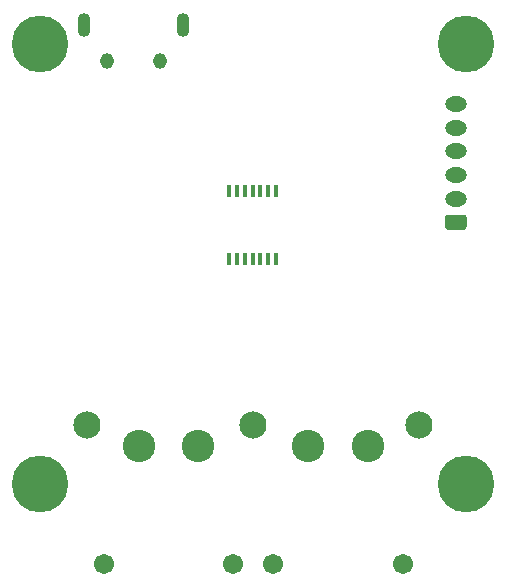
<source format=gbr>
G04 #@! TF.GenerationSoftware,KiCad,Pcbnew,5.1.6-c6e7f7d~87~ubuntu19.10.1*
G04 #@! TF.CreationDate,2021-03-05T22:23:54-05:00*
G04 #@! TF.ProjectId,daedalus,64616564-616c-4757-932e-6b696361645f,v1.0*
G04 #@! TF.SameCoordinates,Original*
G04 #@! TF.FileFunction,Soldermask,Bot*
G04 #@! TF.FilePolarity,Negative*
%FSLAX46Y46*%
G04 Gerber Fmt 4.6, Leading zero omitted, Abs format (unit mm)*
G04 Created by KiCad (PCBNEW 5.1.6-c6e7f7d~87~ubuntu19.10.1) date 2021-03-05 22:23:54*
%MOMM*%
%LPD*%
G01*
G04 APERTURE LIST*
%ADD10O,1.150000X1.350000*%
%ADD11O,1.100000X2.000000*%
%ADD12C,1.703200*%
%ADD13C,2.753200*%
%ADD14C,4.800000*%
%ADD15O,1.850000X1.300000*%
%ADD16R,0.406400X1.092200*%
%ADD17C,2.303200*%
G04 APERTURE END LIST*
D10*
G04 #@! TO.C,J9*
X136047440Y-79865480D03*
X131597440Y-79865480D03*
D11*
X137997440Y-76865480D03*
X129647440Y-76865480D03*
G04 #@! TD*
D12*
G04 #@! TO.C,U2*
X145654140Y-122464880D03*
X156654140Y-122464880D03*
D13*
X148654140Y-112464880D03*
X153654140Y-112464880D03*
G04 #@! TD*
G04 #@! TO.C,U1*
X139303140Y-112464880D03*
X134303140Y-112464880D03*
D12*
X142303140Y-122464880D03*
X131303140Y-122464880D03*
G04 #@! TD*
D14*
G04 #@! TO.C,H1*
X125962120Y-115693200D03*
G04 #@! TD*
G04 #@! TO.C,H2*
X161955480Y-78422680D03*
G04 #@! TD*
G04 #@! TO.C,H3*
X161962120Y-115683040D03*
G04 #@! TD*
G04 #@! TO.C,H4*
X125958600Y-78412520D03*
G04 #@! TD*
G04 #@! TO.C,SWD1*
G36*
G01*
X161781608Y-94188040D02*
X160473272Y-94188040D01*
G75*
G02*
X160202440Y-93917208I0J270832D01*
G01*
X160202440Y-93158872D01*
G75*
G02*
X160473272Y-92888040I270832J0D01*
G01*
X161781608Y-92888040D01*
G75*
G02*
X162052440Y-93158872I0J-270832D01*
G01*
X162052440Y-93917208D01*
G75*
G02*
X161781608Y-94188040I-270832J0D01*
G01*
G37*
D15*
X161127440Y-91538040D03*
X161127440Y-89538040D03*
X161127440Y-87538040D03*
X161127440Y-85538040D03*
X161127440Y-83538040D03*
G04 #@! TD*
D16*
G04 #@! TO.C,A1*
X141966400Y-90848840D03*
X142616400Y-90848840D03*
X143266400Y-90848840D03*
X143916400Y-90848840D03*
X144566400Y-90848840D03*
X145216400Y-90848840D03*
X145866400Y-90848840D03*
X145866400Y-96684440D03*
X145216400Y-96684440D03*
X144566400Y-96684440D03*
X143916400Y-96684440D03*
X143266400Y-96684440D03*
X142616400Y-96684440D03*
X141966400Y-96684440D03*
G04 #@! TD*
D17*
G04 #@! TO.C,J5*
X129910840Y-110698280D03*
G04 #@! TD*
G04 #@! TO.C,J6*
X143957040Y-110698280D03*
G04 #@! TD*
G04 #@! TO.C,J7*
X157977840Y-110698280D03*
G04 #@! TD*
M02*

</source>
